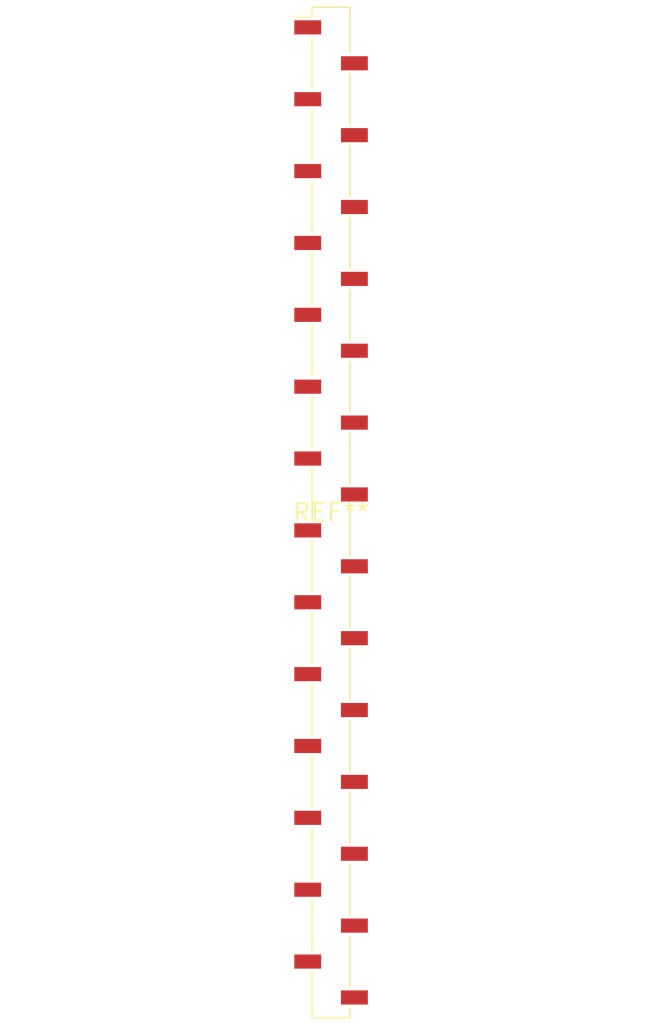
<source format=kicad_pcb>
(kicad_pcb (version 20240108) (generator pcbnew)
  (layers (0 "F.Cu" signal) (31 "B.Cu" signal) (34 "B.Paste" user) (35 "F.Paste" user) (36 "B.SilkS" user "B.Silkscreen") (37 "F.SilkS" user "F.Silkscreen") (38 "B.Mask" user) (39 "F.Mask" user) (44 "Edge.Cuts" user))
  (net 0 "")
  (footprint "PinSocket_1x28_P2.54mm_Vertical_SMD_Pin1Left" (layer "F.Cu") (at 0 0)
    (property "Reference" "REF**")
    (property "Value" "PinSocket_1x28_P2.54mm_Vertical_SMD_Pin1Left")
    (fp_line (start -2.54 -35.05) (end -1.33 -35.05) (layer "F.SilkS") (stroke (width 0.12)))
    (fp_line (start -1.33 -35.72) (end -1.33 -35.05) (layer "F.SilkS") (stroke (width 0.12)))
    (fp_line (start -1.33 -35.72) (end 1.33 -35.72) (layer "F.SilkS") (stroke (width 0.12)))
    (fp_line (start -1.33 -33.53) (end -1.33 -29.97) (layer "F.SilkS") (stroke (width 0.12)))
    (fp_line (start -1.33 -28.45) (end -1.33 -24.89) (layer "F.SilkS") (stroke (width 0.12)))
    (fp_line (start -1.33 -23.37) (end -1.33 -19.81) (layer "F.SilkS") (stroke (width 0.12)))
    (fp_line (start -1.33 -18.29) (end -1.33 -14.73) (layer "F.SilkS") (stroke (width 0.12)))
    (fp_line (start -1.33 -13.21) (end -1.33 -9.65) (layer "F.SilkS") (stroke (width 0.12)))
    (fp_line (start -1.33 -8.13) (end -1.33 -4.57) (layer "F.SilkS") (stroke (width 0.12)))
    (fp_line (start -1.33 -3.05) (end -1.33 0.51) (layer "F.SilkS") (stroke (width 0.12)))
    (fp_line (start -1.33 2.03) (end -1.33 5.59) (layer "F.SilkS") (stroke (width 0.12)))
    (fp_line (start -1.33 7.11) (end -1.33 10.67) (layer "F.SilkS") (stroke (width 0.12)))
    (fp_line (start -1.33 12.19) (end -1.33 15.75) (layer "F.SilkS") (stroke (width 0.12)))
    (fp_line (start -1.33 17.27) (end -1.33 20.83) (layer "F.SilkS") (stroke (width 0.12)))
    (fp_line (start -1.33 22.35) (end -1.33 25.91) (layer "F.SilkS") (stroke (width 0.12)))
    (fp_line (start -1.33 27.43) (end -1.33 30.99) (layer "F.SilkS") (stroke (width 0.12)))
    (fp_line (start -1.33 32.51) (end -1.33 35.72) (layer "F.SilkS") (stroke (width 0.12)))
    (fp_line (start -1.33 35.72) (end 1.33 35.72) (layer "F.SilkS") (stroke (width 0.12)))
    (fp_line (start 1.33 -35.72) (end 1.33 -32.51) (layer "F.SilkS") (stroke (width 0.12)))
    (fp_line (start 1.33 -30.99) (end 1.33 -27.43) (layer "F.SilkS") (stroke (width 0.12)))
    (fp_line (start 1.33 -25.91) (end 1.33 -22.35) (layer "F.SilkS") (stroke (width 0.12)))
    (fp_line (start 1.33 -20.83) (end 1.33 -17.27) (layer "F.SilkS") (stroke (width 0.12)))
    (fp_line (start 1.33 -15.75) (end 1.33 -12.19) (layer "F.SilkS") (stroke (width 0.12)))
    (fp_line (start 1.33 -10.67) (end 1.33 -7.11) (layer "F.SilkS") (stroke (width 0.12)))
    (fp_line (start 1.33 -5.59) (end 1.33 -2.03) (layer "F.SilkS") (stroke (width 0.12)))
    (fp_line (start 1.33 -0.51) (end 1.33 3.05) (layer "F.SilkS") (stroke (width 0.12)))
    (fp_line (start 1.33 4.57) (end 1.33 8.13) (layer "F.SilkS") (stroke (width 0.12)))
    (fp_line (start 1.33 9.65) (end 1.33 13.21) (layer "F.SilkS") (stroke (width 0.12)))
    (fp_line (start 1.33 14.73) (end 1.33 18.29) (layer "F.SilkS") (stroke (width 0.12)))
    (fp_line (start 1.33 19.81) (end 1.33 23.37) (layer "F.SilkS") (stroke (width 0.12)))
    (fp_line (start 1.33 24.89) (end 1.33 28.45) (layer "F.SilkS") (stroke (width 0.12)))
    (fp_line (start 1.33 29.97) (end 1.33 33.53) (layer "F.SilkS") (stroke (width 0.12)))
    (fp_line (start 1.33 35.05) (end 1.33 35.72) (layer "F.SilkS") (stroke (width 0.12)))
    (pad "1" smd rect (at -1.65 -34.29) (size 1.9 1) (layers "F.Cu" "F.Paste" "F.Mask"))
    (pad "2" smd rect (at 1.65 -31.75) (size 1.9 1) (layers "F.Cu" "F.Paste" "F.Mask"))
    (pad "3" smd rect (at -1.65 -29.21) (size 1.9 1) (layers "F.Cu" "F.Paste" "F.Mask"))
    (pad "4" smd rect (at 1.65 -26.67) (size 1.9 1) (layers "F.Cu" "F.Paste" "F.Mask"))
    (pad "5" smd rect (at -1.65 -24.13) (size 1.9 1) (layers "F.Cu" "F.Paste" "F.Mask"))
    (pad "6" smd rect (at 1.65 -21.59) (size 1.9 1) (layers "F.Cu" "F.Paste" "F.Mask"))
    (pad "7" smd rect (at -1.65 -19.05) (size 1.9 1) (layers "F.Cu" "F.Paste" "F.Mask"))
    (pad "8" smd rect (at 1.65 -16.51) (size 1.9 1) (layers "F.Cu" "F.Paste" "F.Mask"))
    (pad "9" smd rect (at -1.65 -13.97) (size 1.9 1) (layers "F.Cu" "F.Paste" "F.Mask"))
    (pad "10" smd rect (at 1.65 -11.43) (size 1.9 1) (layers "F.Cu" "F.Paste" "F.Mask"))
    (pad "11" smd rect (at -1.65 -8.89) (size 1.9 1) (layers "F.Cu" "F.Paste" "F.Mask"))
    (pad "12" smd rect (at 1.65 -6.35) (size 1.9 1) (layers "F.Cu" "F.Paste" "F.Mask"))
    (pad "13" smd rect (at -1.65 -3.81) (size 1.9 1) (layers "F.Cu" "F.Paste" "F.Mask"))
    (pad "14" smd rect (at 1.65 -1.27) (size 1.9 1) (layers "F.Cu" "F.Paste" "F.Mask"))
    (pad "15" smd rect (at -1.65 1.27) (size 1.9 1) (layers "F.Cu" "F.Paste" "F.Mask"))
    (pad "16" smd rect (at 1.65 3.81) (size 1.9 1) (layers "F.Cu" "F.Paste" "F.Mask"))
    (pad "17" smd rect (at -1.65 6.35) (size 1.9 1) (layers "F.Cu" "F.Paste" "F.Mask"))
    (pad "18" smd rect (at 1.65 8.89) (size 1.9 1) (layers "F.Cu" "F.Paste" "F.Mask"))
    (pad "19" smd rect (at -1.65 11.43) (size 1.9 1) (layers "F.Cu" "F.Paste" "F.Mask"))
    (pad "20" smd rect (at 1.65 13.97) (size 1.9 1) (layers "F.Cu" "F.Paste" "F.Mask"))
    (pad "21" smd rect (at -1.65 16.51) (size 1.9 1) (layers "F.Cu" "F.Paste" "F.Mask"))
    (pad "22" smd rect (at 1.65 19.05) (size 1.9 1) (layers "F.Cu" "F.Paste" "F.Mask"))
    (pad "23" smd rect (at -1.65 21.59) (size 1.9 1) (layers "F.Cu" "F.Paste" "F.Mask"))
    (pad "24" smd rect (at 1.65 24.13) (size 1.9 1) (layers "F.Cu" "F.Paste" "F.Mask"))
    (pad "25" smd rect (at -1.65 26.67) (size 1.9 1) (layers "F.Cu" "F.Paste" "F.Mask"))
    (pad "26" smd rect (at 1.65 29.21) (size 1.9 1) (layers "F.Cu" "F.Paste" "F.Mask"))
    (pad "27" smd rect (at -1.65 31.75) (size 1.9 1) (layers "F.Cu" "F.Paste" "F.Mask"))
    (pad "28" smd rect (at 1.65 34.29) (size 1.9 1) (layers "F.Cu" "F.Paste" "F.Mask"))
  )
)
</source>
